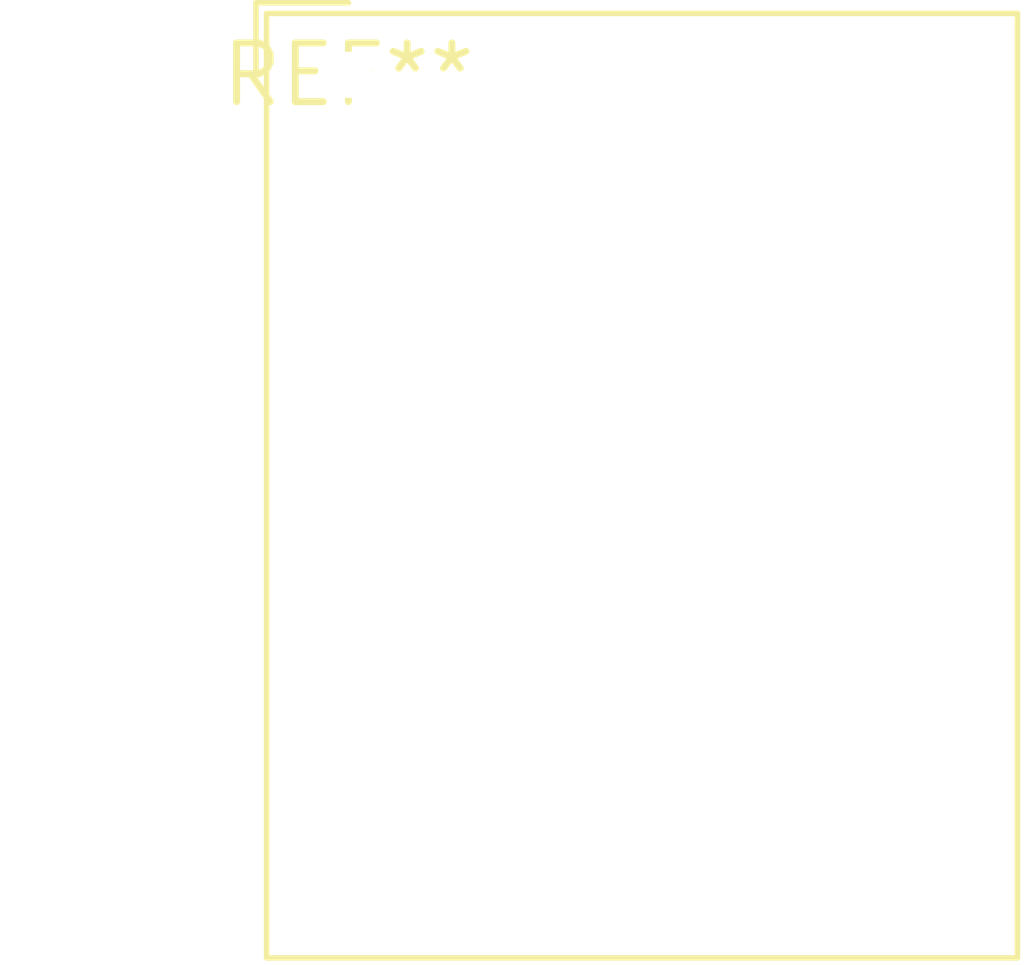
<source format=kicad_pcb>
(kicad_pcb (version 20240108) (generator pcbnew)
  (layers (0 "F.Cu" signal) (31 "B.Cu" signal) (34 "B.Paste" user) (35 "F.Paste" user) (36 "B.SilkS" user "B.Silkscreen") (37 "F.SilkS" user "F.Silkscreen") (38 "B.Mask" user) (39 "F.Mask" user) (44 "Edge.Cuts" user))
  (net 0 "")
  (footprint "DA04-11SYKWA" (layer "F.Cu") (at 0 0)
    (property "Reference" "REF**")
    (property "Value" "DA04-11SYKWA")
    (fp_line (start -2 -1.56) (end -2 0) (layer "F.SilkS") (stroke (width 0.12)))
    (fp_line (start -2 -1.56) (end 0 -1.56) (layer "F.SilkS") (stroke (width 0.12)))
    (fp_line (start -1.77 -1.33) (end 14.47 -1.33) (layer "F.SilkS") (stroke (width 0.12)))
    (fp_line (start -1.77 19.11) (end -1.77 -1.33) (layer "F.SilkS") (stroke (width 0.12)))
    (fp_line (start 14.47 -1.33) (end 14.47 19.11) (layer "F.SilkS") (stroke (width 0.12)))
    (fp_line (start 14.47 19.11) (end -1.77 19.11) (layer "F.SilkS") (stroke (width 0.12)))
    (pad "1" thru_hole rect (at 0 0) (size 1.7 1.7) (drill 1) (layers *.Cu *.Mask) (remove_unused_layers))
    (pad "2" thru_hole circle (at 0 2.54) (size 1.7 1.7) (drill 1) (layers *.Cu *.Mask) (remove_unused_layers))
    (pad "3" thru_hole circle (at 0 5.08) (size 1.7 1.7) (drill 1) (layers *.Cu *.Mask) (remove_unused_layers))
    (pad "4" thru_hole circle (at 0 7.62) (size 1.7 1.7) (drill 1) (layers *.Cu *.Mask) (remove_unused_layers))
    (pad "5" thru_hole circle (at 0 10.16) (size 1.7 1.7) (drill 1) (layers *.Cu *.Mask) (remove_unused_layers))
    (pad "6" thru_hole circle (at 0 12.7) (size 1.7 1.7) (drill 1) (layers *.Cu *.Mask) (remove_unused_layers))
    (pad "7" thru_hole circle (at 0 15.24) (size 1.7 1.7) (drill 1) (layers *.Cu *.Mask) (remove_unused_layers))
    (pad "8" thru_hole circle (at 0 17.78) (size 1.7 1.7) (drill 1) (layers *.Cu *.Mask) (remove_unused_layers))
    (pad "9" thru_hole circle (at 12.7 17.78) (size 1.7 1.7) (drill 1) (layers *.Cu *.Mask) (remove_unused_layers))
    (pad "10" thru_hole circle (at 12.7 15.24) (size 1.7 1.7) (drill 1) (layers *.Cu *.Mask) (remove_unused_layers))
    (pad "11" thru_hole circle (at 12.7 12.7) (size 1.7 1.7) (drill 1) (layers *.Cu *.Mask) (remove_unused_layers))
    (pad "12" thru_hole circle (at 12.7 10.16) (size 1.7 1.7) (drill 1) (layers *.Cu *.Mask) (remove_unused_layers))
    (pad "13" thru_hole circle (at 12.7 7.62) (size 1.7 1.7) (drill 1) (layers *.Cu *.Mask) (remove_unused_layers))
    (pad "14" thru_hole circle (at 12.7 5.08) (size 1.7 1.7) (drill 1) (layers *.Cu *.Mask) (remove_unused_layers))
    (pad "15" thru_hole circle (at 12.7 2.54) (size 1.7 1.7) (drill 1) (layers *.Cu *.Mask) (remove_unused_layers))
    (pad "16" thru_hole circle (at 12.7 0) (size 1.7 1.7) (drill 1) (layers *.Cu *.Mask) (remove_unused_layers))
  )
)
</source>
